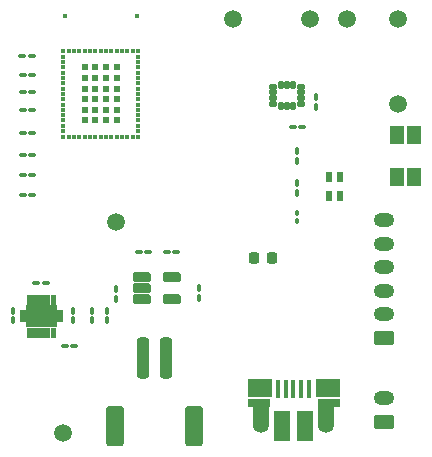
<source format=gbr>
%TF.GenerationSoftware,KiCad,Pcbnew,8.0.4*%
%TF.CreationDate,2025-10-30T08:56:40-04:00*%
%TF.ProjectId,Official Schematic,4f666669-6369-4616-9c20-536368656d61,rev?*%
%TF.SameCoordinates,Original*%
%TF.FileFunction,Soldermask,Top*%
%TF.FilePolarity,Negative*%
%FSLAX46Y46*%
G04 Gerber Fmt 4.6, Leading zero omitted, Abs format (unit mm)*
G04 Created by KiCad (PCBNEW 8.0.4) date 2025-10-30 08:56:40*
%MOMM*%
%LPD*%
G01*
G04 APERTURE LIST*
G04 Aperture macros list*
%AMRoundRect*
0 Rectangle with rounded corners*
0 $1 Rounding radius*
0 $2 $3 $4 $5 $6 $7 $8 $9 X,Y pos of 4 corners*
0 Add a 4 corners polygon primitive as box body*
4,1,4,$2,$3,$4,$5,$6,$7,$8,$9,$2,$3,0*
0 Add four circle primitives for the rounded corners*
1,1,$1+$1,$2,$3*
1,1,$1+$1,$4,$5*
1,1,$1+$1,$6,$7*
1,1,$1+$1,$8,$9*
0 Add four rect primitives between the rounded corners*
20,1,$1+$1,$2,$3,$4,$5,0*
20,1,$1+$1,$4,$5,$6,$7,0*
20,1,$1+$1,$6,$7,$8,$9,0*
20,1,$1+$1,$8,$9,$2,$3,0*%
G04 Aperture macros list end*
%ADD10C,0.010000*%
%ADD11C,1.500000*%
%ADD12RoundRect,0.100000X0.100000X-0.217500X0.100000X0.217500X-0.100000X0.217500X-0.100000X-0.217500X0*%
%ADD13RoundRect,0.250000X-0.250000X-1.500000X0.250000X-1.500000X0.250000X1.500000X-0.250000X1.500000X0*%
%ADD14RoundRect,0.250001X-0.499999X-1.449999X0.499999X-1.449999X0.499999X1.449999X-0.499999X1.449999X0*%
%ADD15RoundRect,0.100000X0.217500X0.100000X-0.217500X0.100000X-0.217500X-0.100000X0.217500X-0.100000X0*%
%ADD16RoundRect,0.100000X-0.217500X-0.100000X0.217500X-0.100000X0.217500X0.100000X-0.217500X0.100000X0*%
%ADD17RoundRect,0.250000X0.625000X-0.350000X0.625000X0.350000X-0.625000X0.350000X-0.625000X-0.350000X0*%
%ADD18O,1.750000X1.200000*%
%ADD19RoundRect,0.102000X0.525000X-0.700000X0.525000X0.700000X-0.525000X0.700000X-0.525000X-0.700000X0*%
%ADD20RoundRect,0.100000X-0.100000X0.217500X-0.100000X-0.217500X0.100000X-0.217500X0.100000X0.217500X0*%
%ADD21RoundRect,0.102000X-0.635000X-0.279400X0.635000X-0.279400X0.635000X0.279400X-0.635000X0.279400X0*%
%ADD22R,0.350000X0.350000*%
%ADD23R,0.350000X0.300000*%
%ADD24R,0.300000X0.350000*%
%ADD25R,0.600000X0.600000*%
%ADD26R,0.430000X0.430000*%
%ADD27R,0.558800X0.812800*%
%ADD28R,0.400000X1.650000*%
%ADD29R,1.825000X0.700000*%
%ADD30R,2.000000X1.500000*%
%ADD31R,1.350000X2.000000*%
%ADD32O,1.350000X1.700000*%
%ADD33O,1.100000X1.500000*%
%ADD34R,1.430000X2.500000*%
%ADD35RoundRect,0.100000X-0.100000X0.130000X-0.100000X-0.130000X0.100000X-0.130000X0.100000X0.130000X0*%
%ADD36RoundRect,0.218750X0.218750X0.256250X-0.218750X0.256250X-0.218750X-0.256250X0.218750X-0.256250X0*%
%ADD37RoundRect,0.102000X-0.237500X-0.125000X0.237500X-0.125000X0.237500X0.125000X-0.237500X0.125000X0*%
%ADD38RoundRect,0.102000X-0.125000X-0.237500X0.125000X-0.237500X0.125000X0.237500X-0.125000X0.237500X0*%
G04 APERTURE END LIST*
D10*
%TO.C,U1*%
X127502005Y-104870000D02*
X127122005Y-104870000D01*
X127122005Y-104130000D01*
X127502005Y-104130000D01*
X127502005Y-104870000D01*
G36*
X127502005Y-104870000D02*
G01*
X127122005Y-104870000D01*
X127122005Y-104130000D01*
X127502005Y-104130000D01*
X127502005Y-104870000D01*
G37*
X127502005Y-107670000D02*
X127122005Y-107670000D01*
X127122005Y-106930000D01*
X127502005Y-106930000D01*
X127502005Y-107670000D01*
G36*
X127502005Y-107670000D02*
G01*
X127122005Y-107670000D01*
X127122005Y-106930000D01*
X127502005Y-106930000D01*
X127502005Y-107670000D01*
G37*
X128002005Y-104870000D02*
X127622005Y-104870000D01*
X127622005Y-104130000D01*
X128002005Y-104130000D01*
X128002005Y-104870000D01*
G36*
X128002005Y-104870000D02*
G01*
X127622005Y-104870000D01*
X127622005Y-104130000D01*
X128002005Y-104130000D01*
X128002005Y-104870000D01*
G37*
X128002005Y-107670000D02*
X127622005Y-107670000D01*
X127622005Y-106930000D01*
X128002005Y-106930000D01*
X128002005Y-107670000D01*
G36*
X128002005Y-107670000D02*
G01*
X127622005Y-107670000D01*
X127622005Y-106930000D01*
X128002005Y-106930000D01*
X128002005Y-107670000D01*
G37*
X128502005Y-104870000D02*
X128122005Y-104870000D01*
X128122005Y-104130000D01*
X128502005Y-104130000D01*
X128502005Y-104870000D01*
G36*
X128502005Y-104870000D02*
G01*
X128122005Y-104870000D01*
X128122005Y-104130000D01*
X128502005Y-104130000D01*
X128502005Y-104870000D01*
G37*
X128502005Y-107670000D02*
X128122005Y-107670000D01*
X128122005Y-106930000D01*
X128502005Y-106930000D01*
X128502005Y-107670000D01*
G36*
X128502005Y-107670000D02*
G01*
X128122005Y-107670000D01*
X128122005Y-106930000D01*
X128502005Y-106930000D01*
X128502005Y-107670000D01*
G37*
X129002005Y-104870000D02*
X128622005Y-104870000D01*
X128622005Y-104130000D01*
X129002005Y-104130000D01*
X129002005Y-104870000D01*
G36*
X129002005Y-104870000D02*
G01*
X128622005Y-104870000D01*
X128622005Y-104130000D01*
X129002005Y-104130000D01*
X129002005Y-104870000D01*
G37*
X129002005Y-107670000D02*
X128622005Y-107670000D01*
X128622005Y-106930000D01*
X129002005Y-106930000D01*
X129002005Y-107670000D01*
G36*
X129002005Y-107670000D02*
G01*
X128622005Y-107670000D01*
X128622005Y-106930000D01*
X129002005Y-106930000D01*
X129002005Y-107670000D01*
G37*
X129502005Y-104870000D02*
X129122005Y-104870000D01*
X129122005Y-104130000D01*
X129502005Y-104130000D01*
X129502005Y-104870000D01*
G36*
X129502005Y-104870000D02*
G01*
X129122005Y-104870000D01*
X129122005Y-104130000D01*
X129502005Y-104130000D01*
X129502005Y-104870000D01*
G37*
X129502005Y-107670000D02*
X129122005Y-107670000D01*
X129122005Y-106930000D01*
X129502005Y-106930000D01*
X129502005Y-107670000D01*
G36*
X129502005Y-107670000D02*
G01*
X129122005Y-107670000D01*
X129122005Y-106930000D01*
X129502005Y-106930000D01*
X129502005Y-107670000D01*
G37*
X129582005Y-105455000D02*
X130082005Y-105455000D01*
X130082005Y-105845000D01*
X129582005Y-105845000D01*
X129582005Y-105955000D01*
X130082005Y-105955000D01*
X130082005Y-106345000D01*
X129582005Y-106345000D01*
X129582005Y-106795000D01*
X127042005Y-106795000D01*
X127042005Y-106345000D01*
X126542005Y-106345000D01*
X126542005Y-105955000D01*
X127042005Y-105955000D01*
X127042005Y-105845000D01*
X126542005Y-105845000D01*
X126542005Y-105455000D01*
X127042005Y-105455000D01*
X127042005Y-105005000D01*
X129582005Y-105005000D01*
X129582005Y-105455000D01*
G36*
X129582005Y-105455000D02*
G01*
X130082005Y-105455000D01*
X130082005Y-105845000D01*
X129582005Y-105845000D01*
X129582005Y-105955000D01*
X130082005Y-105955000D01*
X130082005Y-106345000D01*
X129582005Y-106345000D01*
X129582005Y-106795000D01*
X127042005Y-106795000D01*
X127042005Y-106345000D01*
X126542005Y-106345000D01*
X126542005Y-105955000D01*
X127042005Y-105955000D01*
X127042005Y-105845000D01*
X126542005Y-105845000D01*
X126542005Y-105455000D01*
X127042005Y-105455000D01*
X127042005Y-105005000D01*
X129582005Y-105005000D01*
X129582005Y-105455000D01*
G37*
%TD*%
D11*
%TO.C,MISO1*%
X144500000Y-80800000D03*
%TD*%
D12*
%TO.C,C3*%
X132586270Y-106307500D03*
X132586270Y-105492500D03*
%TD*%
D13*
%TO.C,J1*%
X136893770Y-109492500D03*
X138893770Y-109492500D03*
D14*
X134543770Y-115242500D03*
X141243770Y-115242500D03*
%TD*%
D11*
%TO.C,GND1*%
X130186270Y-115800000D03*
%TD*%
%TO.C,MOSI1*%
X151086270Y-80800000D03*
%TD*%
%TO.C,TP1*%
X134643770Y-97992500D03*
%TD*%
D15*
%TO.C,R2*%
X139733770Y-100492500D03*
X138918770Y-100492500D03*
%TD*%
D16*
%TO.C,R1*%
X130286270Y-108500000D03*
X131101270Y-108500000D03*
%TD*%
D15*
%TO.C,C9*%
X150407500Y-89900000D03*
X149592500Y-89900000D03*
%TD*%
D17*
%TO.C,J4*%
X157300000Y-107800000D03*
D18*
X157300000Y-105800000D03*
X157300000Y-103800000D03*
X157300000Y-101800000D03*
X157300000Y-99800000D03*
X157300000Y-97800000D03*
%TD*%
D19*
%TO.C,S1*%
X158436270Y-94200000D03*
X158436270Y-90600000D03*
X159886270Y-94200000D03*
X159886270Y-90600000D03*
%TD*%
D20*
%TO.C,R4*%
X149936348Y-91953602D03*
X149936348Y-92768602D03*
%TD*%
D12*
%TO.C,C15*%
X151600000Y-88240000D03*
X151600000Y-87425000D03*
%TD*%
D15*
%TO.C,FB1*%
X127518770Y-83900000D03*
X126703770Y-83900000D03*
%TD*%
%TO.C,R3*%
X137368770Y-100492500D03*
X136553770Y-100492500D03*
%TD*%
D20*
%TO.C,R5*%
X149936348Y-94703602D03*
X149936348Y-95518602D03*
%TD*%
D12*
%TO.C,C5*%
X133886270Y-106307500D03*
X133886270Y-105492500D03*
%TD*%
D15*
%TO.C,L1*%
X128693770Y-103100000D03*
X127878770Y-103100000D03*
%TD*%
D17*
%TO.C,J3*%
X157286270Y-114900000D03*
D18*
X157286270Y-112900000D03*
%TD*%
D21*
%TO.C,U2*%
X136802970Y-102612900D03*
X136802970Y-103552700D03*
X136802970Y-104492500D03*
X139393770Y-104492500D03*
X139393770Y-102612900D03*
%TD*%
D22*
%TO.C,U4*%
X130161270Y-83500000D03*
D23*
X130161270Y-83975000D03*
X130161270Y-84425000D03*
X130161270Y-84875000D03*
X130161270Y-85325000D03*
X130161270Y-85775000D03*
X130161270Y-86225000D03*
X130161270Y-86675000D03*
X130161270Y-87125000D03*
X130161270Y-87575000D03*
X130161270Y-88025000D03*
X130161270Y-88475000D03*
X130161270Y-88925000D03*
X130161270Y-89375000D03*
X130161270Y-89825000D03*
X130161270Y-90275000D03*
D22*
X130161270Y-90750000D03*
D24*
X130636270Y-90750000D03*
X131086270Y-90750000D03*
X131536270Y-90750000D03*
X131986270Y-90750000D03*
X132436270Y-90750000D03*
X132886270Y-90750000D03*
X133336270Y-90750000D03*
X133786270Y-90750000D03*
X134236270Y-90750000D03*
X134686270Y-90750000D03*
X135136270Y-90750000D03*
X135586270Y-90750000D03*
X136036270Y-90750000D03*
D22*
X136511270Y-90750000D03*
D23*
X136511270Y-90275000D03*
X136511270Y-89825000D03*
X136511270Y-89375000D03*
X136511270Y-88925000D03*
X136511270Y-88475000D03*
X136511270Y-88025000D03*
X136511270Y-87575000D03*
X136511270Y-87125000D03*
X136511270Y-86675000D03*
X136511270Y-86225000D03*
X136511270Y-85775000D03*
X136511270Y-85325000D03*
X136511270Y-84875000D03*
X136511270Y-84425000D03*
X136511270Y-83975000D03*
D22*
X136511270Y-83500000D03*
D24*
X136036270Y-83500000D03*
X135586270Y-83500000D03*
X135136270Y-83500000D03*
X134686270Y-83500000D03*
X134236270Y-83500000D03*
X133786270Y-83500000D03*
X133336270Y-83500000D03*
X132886270Y-83500000D03*
X132436270Y-83500000D03*
X131986270Y-83500000D03*
X131536270Y-83500000D03*
X131086270Y-83500000D03*
X130636270Y-83500000D03*
D25*
X131986270Y-84875000D03*
X131986270Y-85775000D03*
X131986270Y-86675000D03*
X131986270Y-87575000D03*
X131986270Y-88475000D03*
X131986270Y-89375000D03*
X132886270Y-89375000D03*
X133786270Y-89375000D03*
X134686270Y-89375000D03*
X134686270Y-88475000D03*
X134686270Y-87575000D03*
X134686270Y-86675000D03*
X134686270Y-85775000D03*
X134686270Y-84875000D03*
X133786270Y-84875000D03*
X132886270Y-84875000D03*
X132886270Y-85775000D03*
X132886270Y-86675000D03*
X132886270Y-87575000D03*
X132886270Y-88475000D03*
X133786270Y-88475000D03*
X133786270Y-87575000D03*
X133786270Y-86675000D03*
X133786270Y-85775000D03*
D26*
X130286270Y-80540000D03*
X136386270Y-80540000D03*
%TD*%
D27*
%TO.C,D2*%
X152686348Y-94193600D03*
X153586270Y-94193600D03*
X153586270Y-95793602D03*
X152686348Y-95793602D03*
%TD*%
D16*
%TO.C,C12*%
X126746270Y-95700000D03*
X127561270Y-95700000D03*
%TD*%
D11*
%TO.C,SCX1*%
X154200000Y-80800000D03*
%TD*%
%TO.C,3.3V1*%
X158536270Y-88000000D03*
%TD*%
D28*
%TO.C,J5*%
X148363770Y-112112500D03*
X149013770Y-112112500D03*
X149663770Y-112112500D03*
X150313770Y-112112500D03*
X150963770Y-112112500D03*
D29*
X146713770Y-113312500D03*
D30*
X146813770Y-112012500D03*
D31*
X146933770Y-114062500D03*
D32*
X146933770Y-114992500D03*
D33*
X147243770Y-111992500D03*
D34*
X148703770Y-115262500D03*
X150623770Y-115262500D03*
D33*
X152083770Y-111992500D03*
D32*
X152393770Y-114992500D03*
D31*
X152413770Y-114062500D03*
D30*
X152563770Y-111992500D03*
D29*
X152663770Y-113312500D03*
%TD*%
D35*
%TO.C,R6*%
X149936348Y-97225000D03*
X149936348Y-97865000D03*
%TD*%
D15*
%TO.C,C7*%
X127561270Y-86950000D03*
X126746270Y-86950000D03*
%TD*%
%TO.C,C13*%
X127561270Y-90450000D03*
X126746270Y-90450000D03*
%TD*%
D12*
%TO.C,C14*%
X125886270Y-106307500D03*
X125886270Y-105492500D03*
%TD*%
D20*
%TO.C,C2*%
X130986270Y-105492500D03*
X130986270Y-106307500D03*
%TD*%
D15*
%TO.C,C6*%
X127536270Y-85500000D03*
X126721270Y-85500000D03*
%TD*%
D36*
%TO.C,D1*%
X147875000Y-100992500D03*
X146300000Y-100992500D03*
%TD*%
D12*
%TO.C,C1*%
X141643770Y-104400000D03*
X141643770Y-103585000D03*
%TD*%
D16*
%TO.C,C10*%
X126746270Y-92300000D03*
X127561270Y-92300000D03*
%TD*%
%TO.C,C11*%
X126746270Y-93950000D03*
X127561270Y-93950000D03*
%TD*%
D12*
%TO.C,C4*%
X134643770Y-104492500D03*
X134643770Y-103677500D03*
%TD*%
D37*
%TO.C,U3*%
X147961270Y-86500000D03*
X147961270Y-87000000D03*
X147961270Y-87500000D03*
X147961270Y-88000000D03*
D38*
X148623770Y-88162500D03*
X149123770Y-88162500D03*
X149623770Y-88162500D03*
D37*
X150286270Y-88000000D03*
X150286270Y-87500000D03*
X150286270Y-87000000D03*
X150286270Y-86500000D03*
D38*
X149623770Y-86337500D03*
X149123770Y-86337500D03*
X148623770Y-86337500D03*
%TD*%
D11*
%TO.C,CSB1*%
X158500000Y-80800000D03*
%TD*%
D15*
%TO.C,C8*%
X127561270Y-88450000D03*
X126746270Y-88450000D03*
%TD*%
M02*

</source>
